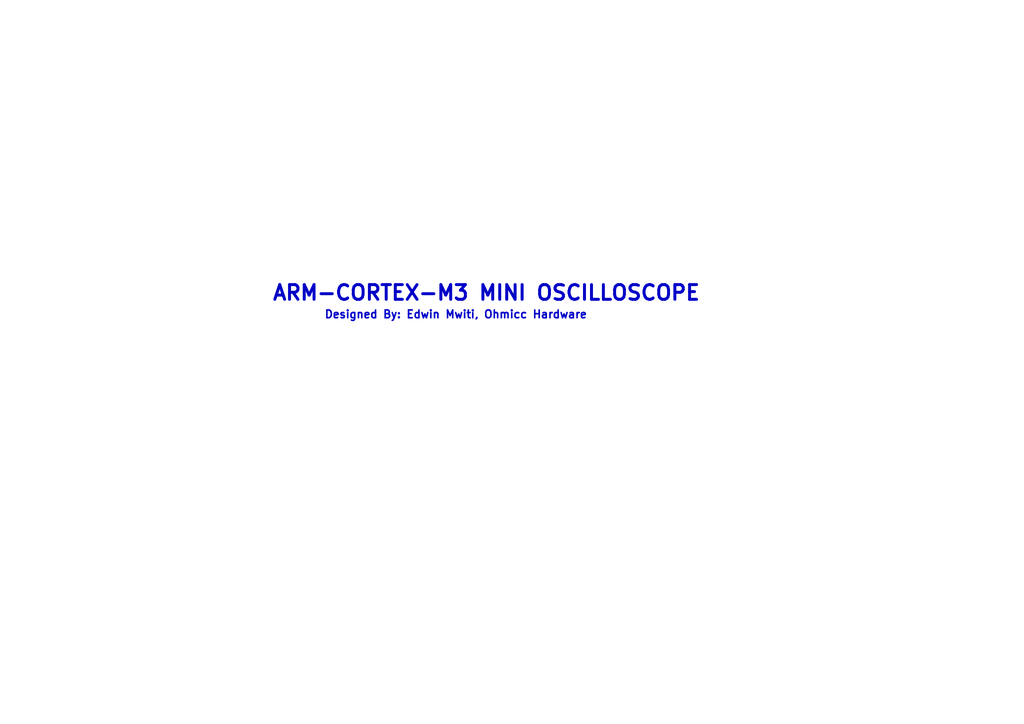
<source format=kicad_sch>
(kicad_sch (version 20211123) (generator eeschema)
  (paper "A4")
  (lib_symbols)
  (text "ARM-CORTEX-M3 MINI OSCILLOSCOPE" (at 78.74 87.63 0) (effects (font (size 4.2672 4.2672) (thickness 0.8534) bold) (justify left bottom)))
  (text "Designed By: Edwin Mwiti, Ohmicc Hardware" (at 93.98 92.71 0) (effects (font (size 2.2606 2.2606) (thickness 0.4521) bold) (justify left bottom)))
)
</source>
